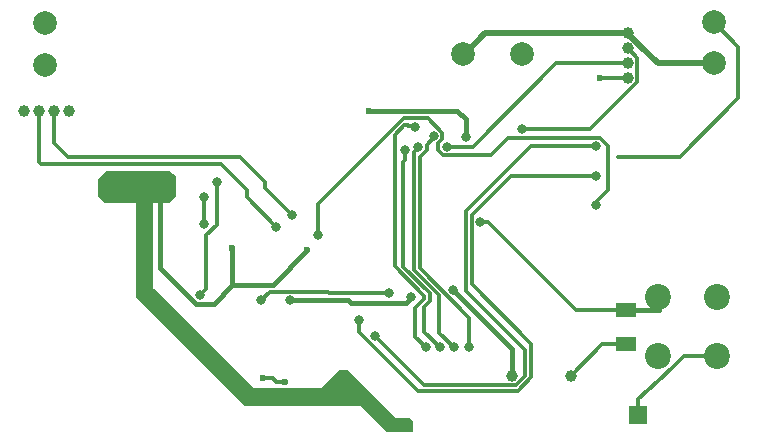
<source format=gbl>
G04*
G04 #@! TF.GenerationSoftware,Altium Limited,Altium Designer,23.7.1 (13)*
G04*
G04 Layer_Physical_Order=2*
G04 Layer_Color=16711680*
%FSLAX25Y25*%
%MOIN*%
G70*
G04*
G04 #@! TF.SameCoordinates,F4DCA568-12CF-4C60-A2D5-0128ED73B792*
G04*
G04*
G04 #@! TF.FilePolarity,Positive*
G04*
G01*
G75*
%ADD22R,0.07087X0.04528*%
%ADD82C,0.01500*%
%ADD83C,0.02000*%
%ADD84C,0.01200*%
%ADD87C,0.03937*%
%ADD88C,0.08661*%
%ADD89C,0.07874*%
%ADD90C,0.02362*%
%ADD91C,0.03150*%
%ADD92C,0.01800*%
%ADD93R,0.05906X0.05906*%
G36*
X48228Y49213D02*
X84646Y12795D01*
X123031D01*
X131890Y3937D01*
X140748D01*
Y7874D01*
X139764Y8858D01*
X134843D01*
X119095Y24606D01*
X116142D01*
X110236Y18701D01*
X87598D01*
X54134Y52165D01*
Y80512D01*
X59252D01*
X61614Y82874D01*
Y89567D01*
X59449Y90945D01*
X38189D01*
X35630Y88386D01*
Y82874D01*
X37992Y80512D01*
X48228D01*
Y49213D01*
D02*
G37*
D22*
X211811Y33268D02*
D03*
Y44685D02*
D03*
D82*
X125984Y111221D02*
X155512D01*
X158268Y108465D01*
Y102400D02*
Y108465D01*
Y102400D02*
X158287Y102381D01*
X153946Y51565D02*
X173622Y31890D01*
Y22835D02*
Y31890D01*
X119908Y47244D02*
X138208D01*
X140176Y49213D01*
X132087Y6299D02*
X138386D01*
X117520Y20866D02*
X132087Y6299D01*
X80512Y53150D02*
X93898D01*
X105512Y64764D01*
X80512Y53150D02*
Y65551D01*
X74240Y46878D02*
X80512Y53150D01*
X68474Y46878D02*
X74240D01*
X56496Y58856D02*
X68474Y46878D01*
X56496Y58856D02*
Y81299D01*
X99606Y48031D02*
X119121D01*
X119908Y47244D01*
X211221Y44685D02*
X211811D01*
X210531D02*
X211221D01*
X211811D02*
X222638D01*
D83*
X216421Y132792D02*
G03*
X216425Y132788I1462J1365D01*
G01*
X215773Y133486D02*
G03*
X215777Y133481I1466J1360D01*
G01*
X216425Y132788D02*
X222280Y126933D01*
X240908D01*
X213683Y135576D02*
X215773Y133486D01*
X213636Y135576D02*
X213683D01*
X212205Y137008D02*
X213636Y135576D01*
X216425Y132788D02*
X216425Y132788D01*
X215777Y133481D02*
X216421Y132792D01*
X164764Y137008D02*
X212205D01*
X53150Y49213D02*
X85827Y16535D01*
X53150Y49213D02*
Y81998D01*
X157575Y129819D02*
X164764Y137008D01*
D84*
X222489Y21210D02*
G03*
X226244Y24745I-56904J64193D01*
G01*
X231026Y29528D01*
X215551Y9843D02*
Y15059D01*
X222489Y21210D01*
X231026Y29528D02*
X242126D01*
X180118Y99410D02*
X201772D01*
X202921Y102184D02*
X205709Y99397D01*
X200787Y79724D02*
X205709Y84646D01*
Y99397D01*
X173228Y89567D02*
X200787D01*
X172355Y102184D02*
X202921D01*
X141107Y106137D02*
X141345Y105899D01*
X139170Y106137D02*
X141107D01*
X203142Y122019D02*
X212194D01*
X203132Y122029D02*
X203142Y122019D01*
X160217Y76556D02*
X173228Y89567D01*
X166603Y96432D02*
X172355Y102184D01*
X149175Y100356D02*
X150419Y101600D01*
Y103899D01*
X145644Y108674D02*
X150419Y103899D01*
X137637Y108674D02*
X145644D01*
X109055Y80092D02*
X137637Y108674D01*
X150800Y96432D02*
X166603D01*
X149175Y98057D02*
X150800Y96432D01*
X149175Y98057D02*
Y100356D01*
X109055Y69685D02*
Y80092D01*
X134627Y103118D02*
X137808Y106299D01*
X139008D02*
X139170Y106137D01*
X137808Y106299D02*
X139008D01*
X134627Y59324D02*
Y103118D01*
X158417Y77709D02*
X180118Y99410D01*
X158417Y51228D02*
Y77709D01*
X160217Y53365D02*
Y76556D01*
Y53365D02*
X180118Y33465D01*
X175680Y17866D02*
X180118Y22304D01*
Y33465D01*
X178150Y22881D02*
Y31496D01*
X158417Y51228D02*
X178150Y31496D01*
X174934Y19666D02*
X178150Y22881D01*
X142383Y17866D02*
X175680D01*
X122835Y37414D02*
X142383Y17866D01*
X122835Y37414D02*
Y41339D01*
X195079Y44685D02*
X210531D01*
X162992Y74239D02*
X165525D01*
X195079Y44685D01*
X144507Y19666D02*
X174934D01*
X127953Y36220D02*
X144507Y19666D01*
X229724Y95866D02*
X249170Y115312D01*
X208858Y95866D02*
X229724D01*
X240908Y140713D02*
X249170Y132450D01*
Y115312D02*
Y132450D01*
X240908Y140713D02*
X241215Y142842D01*
X90551Y22047D02*
X93860D01*
X95041Y20866D02*
X98032D01*
X93860Y22047D02*
X95041Y20866D01*
X212194Y122019D02*
X212205Y122008D01*
X199796Y105118D02*
X215373Y120695D01*
X188445Y127027D02*
X212205D01*
X177165Y105118D02*
X199796D01*
X203740Y33268D02*
X211811D01*
X193307Y22835D02*
X203740Y33268D01*
X140945Y58097D02*
Y97299D01*
X142307Y98662D01*
Y99013D01*
X147644Y102343D02*
Y102750D01*
X145194Y99893D02*
X147644Y102343D01*
X151956Y99213D02*
X160630D01*
X151950Y99207D02*
X151956Y99213D01*
X160630D02*
X188445Y127027D01*
X159449Y32283D02*
Y42139D01*
X112747Y50394D02*
X132677D01*
X112335Y50806D02*
X112747Y50394D01*
X92932Y50806D02*
X112335D01*
X69685Y49803D02*
X71653Y51772D01*
X75197Y73228D02*
Y87402D01*
X71653Y51772D02*
Y69685D01*
X75197Y73228D01*
X70965Y73524D02*
X71063Y73425D01*
X70965Y73524D02*
Y82185D01*
X70866Y82284D02*
X70965Y82185D01*
X142913Y58674D02*
Y95695D01*
X145194Y97975D01*
X140945Y58097D02*
X149372Y49670D01*
X138170Y94866D02*
Y98072D01*
X145194Y97975D02*
Y99893D01*
X137402Y94097D02*
X138170Y94866D01*
X137402Y59095D02*
Y94097D01*
X215373Y120695D02*
Y128839D01*
X212205Y132008D02*
X215373Y128839D01*
X142913Y58674D02*
X159449Y42139D01*
X144431Y48362D02*
Y49519D01*
X149372Y37243D02*
Y49670D01*
X134627Y59324D02*
X144431Y49519D01*
X137402Y59095D02*
X146231Y50265D01*
Y47617D02*
Y50265D01*
X141339Y45270D02*
X144431Y48362D01*
X144507Y45892D02*
X146231Y47617D01*
X149372Y37243D02*
X154331Y32283D01*
X141339Y35827D02*
X144882Y32283D01*
X141339Y35827D02*
Y45270D01*
X144507Y37383D02*
Y45892D01*
X90158Y48031D02*
X92932Y50806D01*
X144507Y37383D02*
X149606Y32283D01*
X222638Y44685D02*
X222835Y44488D01*
X91395Y85377D02*
X100394Y76378D01*
X91395Y85377D02*
Y87345D01*
X83071Y95669D02*
X91395Y87345D01*
X85293Y82424D02*
X95162Y72554D01*
X76772Y93307D02*
X85293Y84786D01*
Y82424D02*
Y84786D01*
X25591Y95669D02*
X83071D01*
X16727Y93307D02*
X76772D01*
X21004Y100256D02*
X25591Y95669D01*
X21004Y100256D02*
Y111024D01*
X16024Y94010D02*
Y111024D01*
Y94010D02*
X16727Y93307D01*
D87*
X212205Y137008D02*
D03*
Y132008D02*
D03*
Y127027D02*
D03*
Y122008D02*
D03*
X173622Y22835D02*
D03*
X193307D02*
D03*
X26004Y111024D02*
D03*
X21004D02*
D03*
X16024D02*
D03*
X11004D02*
D03*
X138386Y6299D02*
D03*
X117520Y20866D02*
D03*
X85827Y16535D02*
D03*
D88*
X242126Y49213D02*
D03*
Y29528D02*
D03*
X222441D02*
D03*
Y49213D02*
D03*
D89*
X240908Y140713D02*
D03*
Y126933D02*
D03*
X18075Y126539D02*
D03*
Y140319D02*
D03*
X177165Y129921D02*
D03*
X157480D02*
D03*
D90*
X125984Y111221D02*
D03*
X203132Y122029D02*
D03*
X90551Y22047D02*
D03*
X98032Y20866D02*
D03*
X105512Y64764D02*
D03*
X80512Y65551D02*
D03*
X44882Y88976D02*
D03*
X48425D02*
D03*
X51772D02*
D03*
X55118D02*
D03*
D91*
X201772Y79724D02*
D03*
Y89567D02*
D03*
Y99410D02*
D03*
X141345Y105899D02*
D03*
X162992Y74239D02*
D03*
X142307Y99013D02*
D03*
X151950Y99207D02*
D03*
X147644Y102750D02*
D03*
X158287Y102381D02*
D03*
X159449Y32283D02*
D03*
X153946Y51565D02*
D03*
X140176Y49213D02*
D03*
X132677Y50394D02*
D03*
X71063Y73425D02*
D03*
X70866Y82284D02*
D03*
X69685Y49803D02*
D03*
X122835Y41339D02*
D03*
X127953Y36220D02*
D03*
X138170Y98072D02*
D03*
X109055Y69685D02*
D03*
X177165Y105118D02*
D03*
X154331Y32283D02*
D03*
X90158Y48031D02*
D03*
X144882Y32283D02*
D03*
X149606D02*
D03*
X99606Y48031D02*
D03*
X100394Y76378D02*
D03*
X95162Y72554D02*
D03*
X75197Y87402D02*
D03*
D92*
X113189Y16535D02*
X117520Y20866D01*
X85827Y16535D02*
X113189D01*
D93*
X215551Y9843D02*
D03*
M02*

</source>
